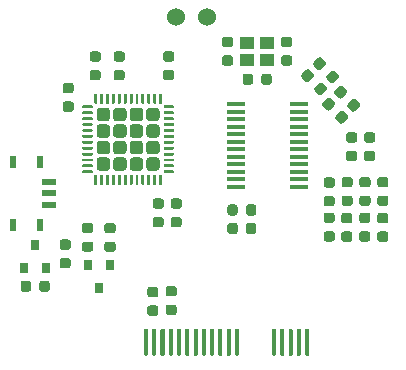
<source format=gtp>
G04 #@! TF.GenerationSoftware,KiCad,Pcbnew,(5.1.6)-1*
G04 #@! TF.CreationDate,2020-12-22T11:02:33+08:00*
G04 #@! TF.ProjectId,V1.0,56312e30-2e6b-4696-9361-645f70636258,rev?*
G04 #@! TF.SameCoordinates,Original*
G04 #@! TF.FileFunction,Paste,Top*
G04 #@! TF.FilePolarity,Positive*
%FSLAX46Y46*%
G04 Gerber Fmt 4.6, Leading zero omitted, Abs format (unit mm)*
G04 Created by KiCad (PCBNEW (5.1.6)-1) date 2020-12-22 11:02:33*
%MOMM*%
%LPD*%
G01*
G04 APERTURE LIST*
%ADD10C,1.524000*%
%ADD11R,0.800000X0.900000*%
%ADD12R,1.150000X1.000000*%
%ADD13R,1.600000X0.410000*%
%ADD14R,0.500000X1.000000*%
%ADD15R,1.300000X0.500000*%
G04 APERTURE END LIST*
D10*
X28700000Y-13800000D03*
X31300000Y-13800000D03*
D11*
X22161500Y-36737800D03*
X21211500Y-34737800D03*
X23111500Y-34737800D03*
G36*
G01*
X40319708Y-18875316D02*
X39957316Y-19237709D01*
G75*
G02*
X39647956Y-19237709I-154680J154680D01*
G01*
X39338597Y-18928350D01*
G75*
G02*
X39338597Y-18618990I154680J154680D01*
G01*
X39700990Y-18256597D01*
G75*
G02*
X40010350Y-18256597I154680J-154680D01*
G01*
X40319709Y-18565956D01*
G75*
G02*
X40319709Y-18875316I-154680J-154680D01*
G01*
G37*
G36*
G01*
X41433402Y-19989010D02*
X41071010Y-20351403D01*
G75*
G02*
X40761650Y-20351403I-154680J154680D01*
G01*
X40452291Y-20042044D01*
G75*
G02*
X40452291Y-19732684I154680J154680D01*
G01*
X40814684Y-19370291D01*
G75*
G02*
X41124044Y-19370291I154680J-154680D01*
G01*
X41433403Y-19679650D01*
G75*
G02*
X41433403Y-19989010I-154680J-154680D01*
G01*
G37*
G36*
G01*
X38918200Y-42375600D02*
X38918200Y-40250600D01*
G75*
G02*
X39005700Y-40163100I87500J0D01*
G01*
X39180700Y-40163100D01*
G75*
G02*
X39268200Y-40250600I0J-87500D01*
G01*
X39268200Y-42375600D01*
G75*
G02*
X39180700Y-42463100I-87500J0D01*
G01*
X39005700Y-42463100D01*
G75*
G02*
X38918200Y-42375600I0J87500D01*
G01*
G37*
G36*
G01*
X38218200Y-42375600D02*
X38218200Y-40250600D01*
G75*
G02*
X38305700Y-40163100I87500J0D01*
G01*
X38480700Y-40163100D01*
G75*
G02*
X38568200Y-40250600I0J-87500D01*
G01*
X38568200Y-42375600D01*
G75*
G02*
X38480700Y-42463100I-87500J0D01*
G01*
X38305700Y-42463100D01*
G75*
G02*
X38218200Y-42375600I0J87500D01*
G01*
G37*
G36*
G01*
X37518200Y-42375600D02*
X37518200Y-40250600D01*
G75*
G02*
X37605700Y-40163100I87500J0D01*
G01*
X37780700Y-40163100D01*
G75*
G02*
X37868200Y-40250600I0J-87500D01*
G01*
X37868200Y-42375600D01*
G75*
G02*
X37780700Y-42463100I-87500J0D01*
G01*
X37605700Y-42463100D01*
G75*
G02*
X37518200Y-42375600I0J87500D01*
G01*
G37*
G36*
G01*
X39618200Y-42375600D02*
X39618200Y-40250600D01*
G75*
G02*
X39705700Y-40163100I87500J0D01*
G01*
X39880700Y-40163100D01*
G75*
G02*
X39968200Y-40250600I0J-87500D01*
G01*
X39968200Y-42375600D01*
G75*
G02*
X39880700Y-42463100I-87500J0D01*
G01*
X39705700Y-42463100D01*
G75*
G02*
X39618200Y-42375600I0J87500D01*
G01*
G37*
G36*
G01*
X36818200Y-42375600D02*
X36818200Y-40250600D01*
G75*
G02*
X36905700Y-40163100I87500J0D01*
G01*
X37080700Y-40163100D01*
G75*
G02*
X37168200Y-40250600I0J-87500D01*
G01*
X37168200Y-42375600D01*
G75*
G02*
X37080700Y-42463100I-87500J0D01*
G01*
X36905700Y-42463100D01*
G75*
G02*
X36818200Y-42375600I0J87500D01*
G01*
G37*
G36*
G01*
X33675000Y-42362900D02*
X33675000Y-40237900D01*
G75*
G02*
X33762500Y-40150400I87500J0D01*
G01*
X33937500Y-40150400D01*
G75*
G02*
X34025000Y-40237900I0J-87500D01*
G01*
X34025000Y-42362900D01*
G75*
G02*
X33937500Y-42450400I-87500J0D01*
G01*
X33762500Y-42450400D01*
G75*
G02*
X33675000Y-42362900I0J87500D01*
G01*
G37*
G36*
G01*
X32975000Y-42362900D02*
X32975000Y-40237900D01*
G75*
G02*
X33062500Y-40150400I87500J0D01*
G01*
X33237500Y-40150400D01*
G75*
G02*
X33325000Y-40237900I0J-87500D01*
G01*
X33325000Y-42362900D01*
G75*
G02*
X33237500Y-42450400I-87500J0D01*
G01*
X33062500Y-42450400D01*
G75*
G02*
X32975000Y-42362900I0J87500D01*
G01*
G37*
G36*
G01*
X32275000Y-42362900D02*
X32275000Y-40237900D01*
G75*
G02*
X32362500Y-40150400I87500J0D01*
G01*
X32537500Y-40150400D01*
G75*
G02*
X32625000Y-40237900I0J-87500D01*
G01*
X32625000Y-42362900D01*
G75*
G02*
X32537500Y-42450400I-87500J0D01*
G01*
X32362500Y-42450400D01*
G75*
G02*
X32275000Y-42362900I0J87500D01*
G01*
G37*
G36*
G01*
X31575000Y-42362900D02*
X31575000Y-40237900D01*
G75*
G02*
X31662500Y-40150400I87500J0D01*
G01*
X31837500Y-40150400D01*
G75*
G02*
X31925000Y-40237900I0J-87500D01*
G01*
X31925000Y-42362900D01*
G75*
G02*
X31837500Y-42450400I-87500J0D01*
G01*
X31662500Y-42450400D01*
G75*
G02*
X31575000Y-42362900I0J87500D01*
G01*
G37*
G36*
G01*
X30875000Y-42362900D02*
X30875000Y-40237900D01*
G75*
G02*
X30962500Y-40150400I87500J0D01*
G01*
X31137500Y-40150400D01*
G75*
G02*
X31225000Y-40237900I0J-87500D01*
G01*
X31225000Y-42362900D01*
G75*
G02*
X31137500Y-42450400I-87500J0D01*
G01*
X30962500Y-42450400D01*
G75*
G02*
X30875000Y-42362900I0J87500D01*
G01*
G37*
G36*
G01*
X25975000Y-42362900D02*
X25975000Y-40237900D01*
G75*
G02*
X26062500Y-40150400I87500J0D01*
G01*
X26237500Y-40150400D01*
G75*
G02*
X26325000Y-40237900I0J-87500D01*
G01*
X26325000Y-42362900D01*
G75*
G02*
X26237500Y-42450400I-87500J0D01*
G01*
X26062500Y-42450400D01*
G75*
G02*
X25975000Y-42362900I0J87500D01*
G01*
G37*
G36*
G01*
X26675000Y-42362900D02*
X26675000Y-40237900D01*
G75*
G02*
X26762500Y-40150400I87500J0D01*
G01*
X26937500Y-40150400D01*
G75*
G02*
X27025000Y-40237900I0J-87500D01*
G01*
X27025000Y-42362900D01*
G75*
G02*
X26937500Y-42450400I-87500J0D01*
G01*
X26762500Y-42450400D01*
G75*
G02*
X26675000Y-42362900I0J87500D01*
G01*
G37*
G36*
G01*
X27375000Y-42362900D02*
X27375000Y-40237900D01*
G75*
G02*
X27462500Y-40150400I87500J0D01*
G01*
X27637500Y-40150400D01*
G75*
G02*
X27725000Y-40237900I0J-87500D01*
G01*
X27725000Y-42362900D01*
G75*
G02*
X27637500Y-42450400I-87500J0D01*
G01*
X27462500Y-42450400D01*
G75*
G02*
X27375000Y-42362900I0J87500D01*
G01*
G37*
G36*
G01*
X28075000Y-42362900D02*
X28075000Y-40237900D01*
G75*
G02*
X28162500Y-40150400I87500J0D01*
G01*
X28337500Y-40150400D01*
G75*
G02*
X28425000Y-40237900I0J-87500D01*
G01*
X28425000Y-42362900D01*
G75*
G02*
X28337500Y-42450400I-87500J0D01*
G01*
X28162500Y-42450400D01*
G75*
G02*
X28075000Y-42362900I0J87500D01*
G01*
G37*
G36*
G01*
X28775000Y-42362900D02*
X28775000Y-40237900D01*
G75*
G02*
X28862500Y-40150400I87500J0D01*
G01*
X29037500Y-40150400D01*
G75*
G02*
X29125000Y-40237900I0J-87500D01*
G01*
X29125000Y-42362900D01*
G75*
G02*
X29037500Y-42450400I-87500J0D01*
G01*
X28862500Y-42450400D01*
G75*
G02*
X28775000Y-42362900I0J87500D01*
G01*
G37*
G36*
G01*
X30175000Y-42362900D02*
X30175000Y-40237900D01*
G75*
G02*
X30262500Y-40150400I87500J0D01*
G01*
X30437500Y-40150400D01*
G75*
G02*
X30525000Y-40237900I0J-87500D01*
G01*
X30525000Y-42362900D01*
G75*
G02*
X30437500Y-42450400I-87500J0D01*
G01*
X30262500Y-42450400D01*
G75*
G02*
X30175000Y-42362900I0J87500D01*
G01*
G37*
G36*
G01*
X29475000Y-42362900D02*
X29475000Y-40237900D01*
G75*
G02*
X29562500Y-40150400I87500J0D01*
G01*
X29737500Y-40150400D01*
G75*
G02*
X29825000Y-40237900I0J-87500D01*
G01*
X29825000Y-42362900D01*
G75*
G02*
X29737500Y-42450400I-87500J0D01*
G01*
X29562500Y-42450400D01*
G75*
G02*
X29475000Y-42362900I0J87500D01*
G01*
G37*
D12*
X34679000Y-15980000D03*
X36429000Y-15980000D03*
X36429000Y-17380000D03*
X34679000Y-17380000D03*
D13*
X39103300Y-21145500D03*
X39103300Y-21780500D03*
X39103300Y-22415500D03*
X39103300Y-23050500D03*
X39103300Y-26225500D03*
X39103300Y-26860500D03*
X39103300Y-27495500D03*
X39103300Y-28130500D03*
X33794700Y-28130500D03*
X33794700Y-27495500D03*
X33794700Y-26860500D03*
X33794700Y-26225500D03*
X33794700Y-23050500D03*
X33794700Y-22415500D03*
X33794700Y-21780500D03*
X33794700Y-21145500D03*
X33794700Y-23685500D03*
X33794700Y-24320500D03*
X39103300Y-24320500D03*
X39103300Y-23685500D03*
X33794700Y-24955500D03*
X33794700Y-25590500D03*
X39103300Y-24955500D03*
X39103300Y-25590500D03*
D14*
X14859000Y-31369000D03*
X14858500Y-26035000D03*
X17208500Y-31369000D03*
X17208500Y-26035000D03*
D15*
X17970500Y-27702000D03*
X17970500Y-29702000D03*
X17970500Y-28702000D03*
G36*
G01*
X43402250Y-31234000D02*
X42889750Y-31234000D01*
G75*
G02*
X42671000Y-31015250I0J218750D01*
G01*
X42671000Y-30577750D01*
G75*
G02*
X42889750Y-30359000I218750J0D01*
G01*
X43402250Y-30359000D01*
G75*
G02*
X43621000Y-30577750I0J-218750D01*
G01*
X43621000Y-31015250D01*
G75*
G02*
X43402250Y-31234000I-218750J0D01*
G01*
G37*
G36*
G01*
X43402250Y-32809000D02*
X42889750Y-32809000D01*
G75*
G02*
X42671000Y-32590250I0J218750D01*
G01*
X42671000Y-32152750D01*
G75*
G02*
X42889750Y-31934000I218750J0D01*
G01*
X43402250Y-31934000D01*
G75*
G02*
X43621000Y-32152750I0J-218750D01*
G01*
X43621000Y-32590250D01*
G75*
G02*
X43402250Y-32809000I-218750J0D01*
G01*
G37*
G36*
G01*
X44942250Y-28194000D02*
X44429750Y-28194000D01*
G75*
G02*
X44211000Y-27975250I0J218750D01*
G01*
X44211000Y-27537750D01*
G75*
G02*
X44429750Y-27319000I218750J0D01*
G01*
X44942250Y-27319000D01*
G75*
G02*
X45161000Y-27537750I0J-218750D01*
G01*
X45161000Y-27975250D01*
G75*
G02*
X44942250Y-28194000I-218750J0D01*
G01*
G37*
G36*
G01*
X44942250Y-29769000D02*
X44429750Y-29769000D01*
G75*
G02*
X44211000Y-29550250I0J218750D01*
G01*
X44211000Y-29112750D01*
G75*
G02*
X44429750Y-28894000I218750J0D01*
G01*
X44942250Y-28894000D01*
G75*
G02*
X45161000Y-29112750I0J-218750D01*
G01*
X45161000Y-29550250D01*
G75*
G02*
X44942250Y-29769000I-218750J0D01*
G01*
G37*
G36*
G01*
X45939750Y-31934000D02*
X46452250Y-31934000D01*
G75*
G02*
X46671000Y-32152750I0J-218750D01*
G01*
X46671000Y-32590250D01*
G75*
G02*
X46452250Y-32809000I-218750J0D01*
G01*
X45939750Y-32809000D01*
G75*
G02*
X45721000Y-32590250I0J218750D01*
G01*
X45721000Y-32152750D01*
G75*
G02*
X45939750Y-31934000I218750J0D01*
G01*
G37*
G36*
G01*
X45939750Y-30359000D02*
X46452250Y-30359000D01*
G75*
G02*
X46671000Y-30577750I0J-218750D01*
G01*
X46671000Y-31015250D01*
G75*
G02*
X46452250Y-31234000I-218750J0D01*
G01*
X45939750Y-31234000D01*
G75*
G02*
X45721000Y-31015250I0J218750D01*
G01*
X45721000Y-30577750D01*
G75*
G02*
X45939750Y-30359000I218750J0D01*
G01*
G37*
G36*
G01*
X35910000Y-19306250D02*
X35910000Y-18793750D01*
G75*
G02*
X36128750Y-18575000I218750J0D01*
G01*
X36566250Y-18575000D01*
G75*
G02*
X36785000Y-18793750I0J-218750D01*
G01*
X36785000Y-19306250D01*
G75*
G02*
X36566250Y-19525000I-218750J0D01*
G01*
X36128750Y-19525000D01*
G75*
G02*
X35910000Y-19306250I0J218750D01*
G01*
G37*
G36*
G01*
X34335000Y-19306250D02*
X34335000Y-18793750D01*
G75*
G02*
X34553750Y-18575000I218750J0D01*
G01*
X34991250Y-18575000D01*
G75*
G02*
X35210000Y-18793750I0J-218750D01*
G01*
X35210000Y-19306250D01*
G75*
G02*
X34991250Y-19525000I-218750J0D01*
G01*
X34553750Y-19525000D01*
G75*
G02*
X34335000Y-19306250I0J218750D01*
G01*
G37*
G36*
G01*
X41335708Y-17859316D02*
X40973316Y-18221709D01*
G75*
G02*
X40663956Y-18221709I-154680J154680D01*
G01*
X40354597Y-17912350D01*
G75*
G02*
X40354597Y-17602990I154680J154680D01*
G01*
X40716990Y-17240597D01*
G75*
G02*
X41026350Y-17240597I154680J-154680D01*
G01*
X41335709Y-17549956D01*
G75*
G02*
X41335709Y-17859316I-154680J-154680D01*
G01*
G37*
G36*
G01*
X42449402Y-18973010D02*
X42087010Y-19335403D01*
G75*
G02*
X41777650Y-19335403I-154680J154680D01*
G01*
X41468291Y-19026044D01*
G75*
G02*
X41468291Y-18716684I154680J154680D01*
G01*
X41830684Y-18354291D01*
G75*
G02*
X42140044Y-18354291I154680J-154680D01*
G01*
X42449403Y-18663650D01*
G75*
G02*
X42449403Y-18973010I-154680J-154680D01*
G01*
G37*
G36*
G01*
X42097708Y-21288316D02*
X41735316Y-21650709D01*
G75*
G02*
X41425956Y-21650709I-154680J154680D01*
G01*
X41116597Y-21341350D01*
G75*
G02*
X41116597Y-21031990I154680J154680D01*
G01*
X41478990Y-20669597D01*
G75*
G02*
X41788350Y-20669597I154680J-154680D01*
G01*
X42097709Y-20978956D01*
G75*
G02*
X42097709Y-21288316I-154680J-154680D01*
G01*
G37*
G36*
G01*
X43211402Y-22402010D02*
X42849010Y-22764403D01*
G75*
G02*
X42539650Y-22764403I-154680J154680D01*
G01*
X42230291Y-22455044D01*
G75*
G02*
X42230291Y-22145684I154680J154680D01*
G01*
X42592684Y-21783291D01*
G75*
G02*
X42902044Y-21783291I154680J-154680D01*
G01*
X43211403Y-22092650D01*
G75*
G02*
X43211403Y-22402010I-154680J-154680D01*
G01*
G37*
G36*
G01*
X41399750Y-31914000D02*
X41912250Y-31914000D01*
G75*
G02*
X42131000Y-32132750I0J-218750D01*
G01*
X42131000Y-32570250D01*
G75*
G02*
X41912250Y-32789000I-218750J0D01*
G01*
X41399750Y-32789000D01*
G75*
G02*
X41181000Y-32570250I0J218750D01*
G01*
X41181000Y-32132750D01*
G75*
G02*
X41399750Y-31914000I218750J0D01*
G01*
G37*
G36*
G01*
X41399750Y-30339000D02*
X41912250Y-30339000D01*
G75*
G02*
X42131000Y-30557750I0J-218750D01*
G01*
X42131000Y-30995250D01*
G75*
G02*
X41912250Y-31214000I-218750J0D01*
G01*
X41399750Y-31214000D01*
G75*
G02*
X41181000Y-30995250I0J218750D01*
G01*
X41181000Y-30557750D01*
G75*
G02*
X41399750Y-30339000I218750J0D01*
G01*
G37*
G36*
G01*
X43113708Y-20272316D02*
X42751316Y-20634709D01*
G75*
G02*
X42441956Y-20634709I-154680J154680D01*
G01*
X42132597Y-20325350D01*
G75*
G02*
X42132597Y-20015990I154680J154680D01*
G01*
X42494990Y-19653597D01*
G75*
G02*
X42804350Y-19653597I154680J-154680D01*
G01*
X43113709Y-19962956D01*
G75*
G02*
X43113709Y-20272316I-154680J-154680D01*
G01*
G37*
G36*
G01*
X44227402Y-21386010D02*
X43865010Y-21748403D01*
G75*
G02*
X43555650Y-21748403I-154680J154680D01*
G01*
X43246291Y-21439044D01*
G75*
G02*
X43246291Y-21129684I154680J154680D01*
G01*
X43608684Y-20767291D01*
G75*
G02*
X43918044Y-20767291I154680J-154680D01*
G01*
X44227403Y-21076650D01*
G75*
G02*
X44227403Y-21386010I-154680J-154680D01*
G01*
G37*
G36*
G01*
X44419750Y-31924000D02*
X44932250Y-31924000D01*
G75*
G02*
X45151000Y-32142750I0J-218750D01*
G01*
X45151000Y-32580250D01*
G75*
G02*
X44932250Y-32799000I-218750J0D01*
G01*
X44419750Y-32799000D01*
G75*
G02*
X44201000Y-32580250I0J218750D01*
G01*
X44201000Y-32142750D01*
G75*
G02*
X44419750Y-31924000I218750J0D01*
G01*
G37*
G36*
G01*
X44419750Y-30349000D02*
X44932250Y-30349000D01*
G75*
G02*
X45151000Y-30567750I0J-218750D01*
G01*
X45151000Y-31005250D01*
G75*
G02*
X44932250Y-31224000I-218750J0D01*
G01*
X44419750Y-31224000D01*
G75*
G02*
X44201000Y-31005250I0J218750D01*
G01*
X44201000Y-30567750D01*
G75*
G02*
X44419750Y-30349000I218750J0D01*
G01*
G37*
G36*
G01*
X45341250Y-24415000D02*
X44828750Y-24415000D01*
G75*
G02*
X44610000Y-24196250I0J218750D01*
G01*
X44610000Y-23758750D01*
G75*
G02*
X44828750Y-23540000I218750J0D01*
G01*
X45341250Y-23540000D01*
G75*
G02*
X45560000Y-23758750I0J-218750D01*
G01*
X45560000Y-24196250D01*
G75*
G02*
X45341250Y-24415000I-218750J0D01*
G01*
G37*
G36*
G01*
X45341250Y-25990000D02*
X44828750Y-25990000D01*
G75*
G02*
X44610000Y-25771250I0J218750D01*
G01*
X44610000Y-25333750D01*
G75*
G02*
X44828750Y-25115000I218750J0D01*
G01*
X45341250Y-25115000D01*
G75*
G02*
X45560000Y-25333750I0J-218750D01*
G01*
X45560000Y-25771250D01*
G75*
G02*
X45341250Y-25990000I-218750J0D01*
G01*
G37*
G36*
G01*
X32797750Y-17030000D02*
X33310250Y-17030000D01*
G75*
G02*
X33529000Y-17248750I0J-218750D01*
G01*
X33529000Y-17686250D01*
G75*
G02*
X33310250Y-17905000I-218750J0D01*
G01*
X32797750Y-17905000D01*
G75*
G02*
X32579000Y-17686250I0J218750D01*
G01*
X32579000Y-17248750D01*
G75*
G02*
X32797750Y-17030000I218750J0D01*
G01*
G37*
G36*
G01*
X32797750Y-15455000D02*
X33310250Y-15455000D01*
G75*
G02*
X33529000Y-15673750I0J-218750D01*
G01*
X33529000Y-16111250D01*
G75*
G02*
X33310250Y-16330000I-218750J0D01*
G01*
X32797750Y-16330000D01*
G75*
G02*
X32579000Y-16111250I0J218750D01*
G01*
X32579000Y-15673750D01*
G75*
G02*
X32797750Y-15455000I218750J0D01*
G01*
G37*
G36*
G01*
X38310250Y-16330000D02*
X37797750Y-16330000D01*
G75*
G02*
X37579000Y-16111250I0J218750D01*
G01*
X37579000Y-15673750D01*
G75*
G02*
X37797750Y-15455000I218750J0D01*
G01*
X38310250Y-15455000D01*
G75*
G02*
X38529000Y-15673750I0J-218750D01*
G01*
X38529000Y-16111250D01*
G75*
G02*
X38310250Y-16330000I-218750J0D01*
G01*
G37*
G36*
G01*
X38310250Y-17905000D02*
X37797750Y-17905000D01*
G75*
G02*
X37579000Y-17686250I0J218750D01*
G01*
X37579000Y-17248750D01*
G75*
G02*
X37797750Y-17030000I218750J0D01*
G01*
X38310250Y-17030000D01*
G75*
G02*
X38529000Y-17248750I0J-218750D01*
G01*
X38529000Y-17686250D01*
G75*
G02*
X38310250Y-17905000I-218750J0D01*
G01*
G37*
G36*
G01*
X43817250Y-24415000D02*
X43304750Y-24415000D01*
G75*
G02*
X43086000Y-24196250I0J218750D01*
G01*
X43086000Y-23758750D01*
G75*
G02*
X43304750Y-23540000I218750J0D01*
G01*
X43817250Y-23540000D01*
G75*
G02*
X44036000Y-23758750I0J-218750D01*
G01*
X44036000Y-24196250D01*
G75*
G02*
X43817250Y-24415000I-218750J0D01*
G01*
G37*
G36*
G01*
X43817250Y-25990000D02*
X43304750Y-25990000D01*
G75*
G02*
X43086000Y-25771250I0J218750D01*
G01*
X43086000Y-25333750D01*
G75*
G02*
X43304750Y-25115000I218750J0D01*
G01*
X43817250Y-25115000D01*
G75*
G02*
X44036000Y-25333750I0J-218750D01*
G01*
X44036000Y-25771250D01*
G75*
G02*
X43817250Y-25990000I-218750J0D01*
G01*
G37*
G36*
G01*
X42923750Y-28899500D02*
X43436250Y-28899500D01*
G75*
G02*
X43655000Y-29118250I0J-218750D01*
G01*
X43655000Y-29555750D01*
G75*
G02*
X43436250Y-29774500I-218750J0D01*
G01*
X42923750Y-29774500D01*
G75*
G02*
X42705000Y-29555750I0J218750D01*
G01*
X42705000Y-29118250D01*
G75*
G02*
X42923750Y-28899500I218750J0D01*
G01*
G37*
G36*
G01*
X42923750Y-27324500D02*
X43436250Y-27324500D01*
G75*
G02*
X43655000Y-27543250I0J-218750D01*
G01*
X43655000Y-27980750D01*
G75*
G02*
X43436250Y-28199500I-218750J0D01*
G01*
X42923750Y-28199500D01*
G75*
G02*
X42705000Y-27980750I0J218750D01*
G01*
X42705000Y-27543250D01*
G75*
G02*
X42923750Y-27324500I218750J0D01*
G01*
G37*
G36*
G01*
X41399750Y-28925000D02*
X41912250Y-28925000D01*
G75*
G02*
X42131000Y-29143750I0J-218750D01*
G01*
X42131000Y-29581250D01*
G75*
G02*
X41912250Y-29800000I-218750J0D01*
G01*
X41399750Y-29800000D01*
G75*
G02*
X41181000Y-29581250I0J218750D01*
G01*
X41181000Y-29143750D01*
G75*
G02*
X41399750Y-28925000I218750J0D01*
G01*
G37*
G36*
G01*
X41399750Y-27350000D02*
X41912250Y-27350000D01*
G75*
G02*
X42131000Y-27568750I0J-218750D01*
G01*
X42131000Y-28006250D01*
G75*
G02*
X41912250Y-28225000I-218750J0D01*
G01*
X41399750Y-28225000D01*
G75*
G02*
X41181000Y-28006250I0J218750D01*
G01*
X41181000Y-27568750D01*
G75*
G02*
X41399750Y-27350000I218750J0D01*
G01*
G37*
G36*
G01*
X46462250Y-28204000D02*
X45949750Y-28204000D01*
G75*
G02*
X45731000Y-27985250I0J218750D01*
G01*
X45731000Y-27547750D01*
G75*
G02*
X45949750Y-27329000I218750J0D01*
G01*
X46462250Y-27329000D01*
G75*
G02*
X46681000Y-27547750I0J-218750D01*
G01*
X46681000Y-27985250D01*
G75*
G02*
X46462250Y-28204000I-218750J0D01*
G01*
G37*
G36*
G01*
X46462250Y-29779000D02*
X45949750Y-29779000D01*
G75*
G02*
X45731000Y-29560250I0J218750D01*
G01*
X45731000Y-29122750D01*
G75*
G02*
X45949750Y-28904000I218750J0D01*
G01*
X46462250Y-28904000D01*
G75*
G02*
X46681000Y-29122750I0J-218750D01*
G01*
X46681000Y-29560250D01*
G75*
G02*
X46462250Y-29779000I-218750J0D01*
G01*
G37*
G36*
G01*
X34623000Y-31935250D02*
X34623000Y-31422750D01*
G75*
G02*
X34841750Y-31204000I218750J0D01*
G01*
X35279250Y-31204000D01*
G75*
G02*
X35498000Y-31422750I0J-218750D01*
G01*
X35498000Y-31935250D01*
G75*
G02*
X35279250Y-32154000I-218750J0D01*
G01*
X34841750Y-32154000D01*
G75*
G02*
X34623000Y-31935250I0J218750D01*
G01*
G37*
G36*
G01*
X33048000Y-31935250D02*
X33048000Y-31422750D01*
G75*
G02*
X33266750Y-31204000I218750J0D01*
G01*
X33704250Y-31204000D01*
G75*
G02*
X33923000Y-31422750I0J-218750D01*
G01*
X33923000Y-31935250D01*
G75*
G02*
X33704250Y-32154000I-218750J0D01*
G01*
X33266750Y-32154000D01*
G75*
G02*
X33048000Y-31935250I0J218750D01*
G01*
G37*
G36*
G01*
X34613000Y-30365250D02*
X34613000Y-29852750D01*
G75*
G02*
X34831750Y-29634000I218750J0D01*
G01*
X35269250Y-29634000D01*
G75*
G02*
X35488000Y-29852750I0J-218750D01*
G01*
X35488000Y-30365250D01*
G75*
G02*
X35269250Y-30584000I-218750J0D01*
G01*
X34831750Y-30584000D01*
G75*
G02*
X34613000Y-30365250I0J218750D01*
G01*
G37*
G36*
G01*
X33038000Y-30365250D02*
X33038000Y-29852750D01*
G75*
G02*
X33256750Y-29634000I218750J0D01*
G01*
X33694250Y-29634000D01*
G75*
G02*
X33913000Y-29852750I0J-218750D01*
G01*
X33913000Y-30365250D01*
G75*
G02*
X33694250Y-30584000I-218750J0D01*
G01*
X33256750Y-30584000D01*
G75*
G02*
X33038000Y-30365250I0J218750D01*
G01*
G37*
D11*
X16764000Y-33036000D03*
X17714000Y-35036000D03*
X15814000Y-35036000D03*
G36*
G01*
X26173000Y-26545000D02*
X26173000Y-25915000D01*
G75*
G02*
X26423000Y-25665000I250000J0D01*
G01*
X27053000Y-25665000D01*
G75*
G02*
X27303000Y-25915000I0J-250000D01*
G01*
X27303000Y-26545000D01*
G75*
G02*
X27053000Y-26795000I-250000J0D01*
G01*
X26423000Y-26795000D01*
G75*
G02*
X26173000Y-26545000I0J250000D01*
G01*
G37*
G36*
G01*
X26173000Y-25145000D02*
X26173000Y-24515000D01*
G75*
G02*
X26423000Y-24265000I250000J0D01*
G01*
X27053000Y-24265000D01*
G75*
G02*
X27303000Y-24515000I0J-250000D01*
G01*
X27303000Y-25145000D01*
G75*
G02*
X27053000Y-25395000I-250000J0D01*
G01*
X26423000Y-25395000D01*
G75*
G02*
X26173000Y-25145000I0J250000D01*
G01*
G37*
G36*
G01*
X26173000Y-23745000D02*
X26173000Y-23115000D01*
G75*
G02*
X26423000Y-22865000I250000J0D01*
G01*
X27053000Y-22865000D01*
G75*
G02*
X27303000Y-23115000I0J-250000D01*
G01*
X27303000Y-23745000D01*
G75*
G02*
X27053000Y-23995000I-250000J0D01*
G01*
X26423000Y-23995000D01*
G75*
G02*
X26173000Y-23745000I0J250000D01*
G01*
G37*
G36*
G01*
X26173000Y-22345000D02*
X26173000Y-21715000D01*
G75*
G02*
X26423000Y-21465000I250000J0D01*
G01*
X27053000Y-21465000D01*
G75*
G02*
X27303000Y-21715000I0J-250000D01*
G01*
X27303000Y-22345000D01*
G75*
G02*
X27053000Y-22595000I-250000J0D01*
G01*
X26423000Y-22595000D01*
G75*
G02*
X26173000Y-22345000I0J250000D01*
G01*
G37*
G36*
G01*
X24773000Y-26545000D02*
X24773000Y-25915000D01*
G75*
G02*
X25023000Y-25665000I250000J0D01*
G01*
X25653000Y-25665000D01*
G75*
G02*
X25903000Y-25915000I0J-250000D01*
G01*
X25903000Y-26545000D01*
G75*
G02*
X25653000Y-26795000I-250000J0D01*
G01*
X25023000Y-26795000D01*
G75*
G02*
X24773000Y-26545000I0J250000D01*
G01*
G37*
G36*
G01*
X24773000Y-25145000D02*
X24773000Y-24515000D01*
G75*
G02*
X25023000Y-24265000I250000J0D01*
G01*
X25653000Y-24265000D01*
G75*
G02*
X25903000Y-24515000I0J-250000D01*
G01*
X25903000Y-25145000D01*
G75*
G02*
X25653000Y-25395000I-250000J0D01*
G01*
X25023000Y-25395000D01*
G75*
G02*
X24773000Y-25145000I0J250000D01*
G01*
G37*
G36*
G01*
X24773000Y-23745000D02*
X24773000Y-23115000D01*
G75*
G02*
X25023000Y-22865000I250000J0D01*
G01*
X25653000Y-22865000D01*
G75*
G02*
X25903000Y-23115000I0J-250000D01*
G01*
X25903000Y-23745000D01*
G75*
G02*
X25653000Y-23995000I-250000J0D01*
G01*
X25023000Y-23995000D01*
G75*
G02*
X24773000Y-23745000I0J250000D01*
G01*
G37*
G36*
G01*
X24773000Y-22345000D02*
X24773000Y-21715000D01*
G75*
G02*
X25023000Y-21465000I250000J0D01*
G01*
X25653000Y-21465000D01*
G75*
G02*
X25903000Y-21715000I0J-250000D01*
G01*
X25903000Y-22345000D01*
G75*
G02*
X25653000Y-22595000I-250000J0D01*
G01*
X25023000Y-22595000D01*
G75*
G02*
X24773000Y-22345000I0J250000D01*
G01*
G37*
G36*
G01*
X23373000Y-26545000D02*
X23373000Y-25915000D01*
G75*
G02*
X23623000Y-25665000I250000J0D01*
G01*
X24253000Y-25665000D01*
G75*
G02*
X24503000Y-25915000I0J-250000D01*
G01*
X24503000Y-26545000D01*
G75*
G02*
X24253000Y-26795000I-250000J0D01*
G01*
X23623000Y-26795000D01*
G75*
G02*
X23373000Y-26545000I0J250000D01*
G01*
G37*
G36*
G01*
X23373000Y-25145000D02*
X23373000Y-24515000D01*
G75*
G02*
X23623000Y-24265000I250000J0D01*
G01*
X24253000Y-24265000D01*
G75*
G02*
X24503000Y-24515000I0J-250000D01*
G01*
X24503000Y-25145000D01*
G75*
G02*
X24253000Y-25395000I-250000J0D01*
G01*
X23623000Y-25395000D01*
G75*
G02*
X23373000Y-25145000I0J250000D01*
G01*
G37*
G36*
G01*
X23373000Y-23745000D02*
X23373000Y-23115000D01*
G75*
G02*
X23623000Y-22865000I250000J0D01*
G01*
X24253000Y-22865000D01*
G75*
G02*
X24503000Y-23115000I0J-250000D01*
G01*
X24503000Y-23745000D01*
G75*
G02*
X24253000Y-23995000I-250000J0D01*
G01*
X23623000Y-23995000D01*
G75*
G02*
X23373000Y-23745000I0J250000D01*
G01*
G37*
G36*
G01*
X23373000Y-22345000D02*
X23373000Y-21715000D01*
G75*
G02*
X23623000Y-21465000I250000J0D01*
G01*
X24253000Y-21465000D01*
G75*
G02*
X24503000Y-21715000I0J-250000D01*
G01*
X24503000Y-22345000D01*
G75*
G02*
X24253000Y-22595000I-250000J0D01*
G01*
X23623000Y-22595000D01*
G75*
G02*
X23373000Y-22345000I0J250000D01*
G01*
G37*
G36*
G01*
X21973000Y-26545000D02*
X21973000Y-25915000D01*
G75*
G02*
X22223000Y-25665000I250000J0D01*
G01*
X22853000Y-25665000D01*
G75*
G02*
X23103000Y-25915000I0J-250000D01*
G01*
X23103000Y-26545000D01*
G75*
G02*
X22853000Y-26795000I-250000J0D01*
G01*
X22223000Y-26795000D01*
G75*
G02*
X21973000Y-26545000I0J250000D01*
G01*
G37*
G36*
G01*
X21973000Y-25145000D02*
X21973000Y-24515000D01*
G75*
G02*
X22223000Y-24265000I250000J0D01*
G01*
X22853000Y-24265000D01*
G75*
G02*
X23103000Y-24515000I0J-250000D01*
G01*
X23103000Y-25145000D01*
G75*
G02*
X22853000Y-25395000I-250000J0D01*
G01*
X22223000Y-25395000D01*
G75*
G02*
X21973000Y-25145000I0J250000D01*
G01*
G37*
G36*
G01*
X21973000Y-23745000D02*
X21973000Y-23115000D01*
G75*
G02*
X22223000Y-22865000I250000J0D01*
G01*
X22853000Y-22865000D01*
G75*
G02*
X23103000Y-23115000I0J-250000D01*
G01*
X23103000Y-23745000D01*
G75*
G02*
X22853000Y-23995000I-250000J0D01*
G01*
X22223000Y-23995000D01*
G75*
G02*
X21973000Y-23745000I0J250000D01*
G01*
G37*
G36*
G01*
X21973000Y-22345000D02*
X21973000Y-21715000D01*
G75*
G02*
X22223000Y-21465000I250000J0D01*
G01*
X22853000Y-21465000D01*
G75*
G02*
X23103000Y-21715000I0J-250000D01*
G01*
X23103000Y-22345000D01*
G75*
G02*
X22853000Y-22595000I-250000J0D01*
G01*
X22223000Y-22595000D01*
G75*
G02*
X21973000Y-22345000I0J250000D01*
G01*
G37*
G36*
G01*
X21763000Y-21067500D02*
X21763000Y-20317500D01*
G75*
G02*
X21825500Y-20255000I62500J0D01*
G01*
X21950500Y-20255000D01*
G75*
G02*
X22013000Y-20317500I0J-62500D01*
G01*
X22013000Y-21067500D01*
G75*
G02*
X21950500Y-21130000I-62500J0D01*
G01*
X21825500Y-21130000D01*
G75*
G02*
X21763000Y-21067500I0J62500D01*
G01*
G37*
G36*
G01*
X22263000Y-21067500D02*
X22263000Y-20317500D01*
G75*
G02*
X22325500Y-20255000I62500J0D01*
G01*
X22450500Y-20255000D01*
G75*
G02*
X22513000Y-20317500I0J-62500D01*
G01*
X22513000Y-21067500D01*
G75*
G02*
X22450500Y-21130000I-62500J0D01*
G01*
X22325500Y-21130000D01*
G75*
G02*
X22263000Y-21067500I0J62500D01*
G01*
G37*
G36*
G01*
X22763000Y-21067500D02*
X22763000Y-20317500D01*
G75*
G02*
X22825500Y-20255000I62500J0D01*
G01*
X22950500Y-20255000D01*
G75*
G02*
X23013000Y-20317500I0J-62500D01*
G01*
X23013000Y-21067500D01*
G75*
G02*
X22950500Y-21130000I-62500J0D01*
G01*
X22825500Y-21130000D01*
G75*
G02*
X22763000Y-21067500I0J62500D01*
G01*
G37*
G36*
G01*
X23263000Y-21067500D02*
X23263000Y-20317500D01*
G75*
G02*
X23325500Y-20255000I62500J0D01*
G01*
X23450500Y-20255000D01*
G75*
G02*
X23513000Y-20317500I0J-62500D01*
G01*
X23513000Y-21067500D01*
G75*
G02*
X23450500Y-21130000I-62500J0D01*
G01*
X23325500Y-21130000D01*
G75*
G02*
X23263000Y-21067500I0J62500D01*
G01*
G37*
G36*
G01*
X23763000Y-21067500D02*
X23763000Y-20317500D01*
G75*
G02*
X23825500Y-20255000I62500J0D01*
G01*
X23950500Y-20255000D01*
G75*
G02*
X24013000Y-20317500I0J-62500D01*
G01*
X24013000Y-21067500D01*
G75*
G02*
X23950500Y-21130000I-62500J0D01*
G01*
X23825500Y-21130000D01*
G75*
G02*
X23763000Y-21067500I0J62500D01*
G01*
G37*
G36*
G01*
X24263000Y-21067500D02*
X24263000Y-20317500D01*
G75*
G02*
X24325500Y-20255000I62500J0D01*
G01*
X24450500Y-20255000D01*
G75*
G02*
X24513000Y-20317500I0J-62500D01*
G01*
X24513000Y-21067500D01*
G75*
G02*
X24450500Y-21130000I-62500J0D01*
G01*
X24325500Y-21130000D01*
G75*
G02*
X24263000Y-21067500I0J62500D01*
G01*
G37*
G36*
G01*
X24763000Y-21067500D02*
X24763000Y-20317500D01*
G75*
G02*
X24825500Y-20255000I62500J0D01*
G01*
X24950500Y-20255000D01*
G75*
G02*
X25013000Y-20317500I0J-62500D01*
G01*
X25013000Y-21067500D01*
G75*
G02*
X24950500Y-21130000I-62500J0D01*
G01*
X24825500Y-21130000D01*
G75*
G02*
X24763000Y-21067500I0J62500D01*
G01*
G37*
G36*
G01*
X25263000Y-21067500D02*
X25263000Y-20317500D01*
G75*
G02*
X25325500Y-20255000I62500J0D01*
G01*
X25450500Y-20255000D01*
G75*
G02*
X25513000Y-20317500I0J-62500D01*
G01*
X25513000Y-21067500D01*
G75*
G02*
X25450500Y-21130000I-62500J0D01*
G01*
X25325500Y-21130000D01*
G75*
G02*
X25263000Y-21067500I0J62500D01*
G01*
G37*
G36*
G01*
X25763000Y-21067500D02*
X25763000Y-20317500D01*
G75*
G02*
X25825500Y-20255000I62500J0D01*
G01*
X25950500Y-20255000D01*
G75*
G02*
X26013000Y-20317500I0J-62500D01*
G01*
X26013000Y-21067500D01*
G75*
G02*
X25950500Y-21130000I-62500J0D01*
G01*
X25825500Y-21130000D01*
G75*
G02*
X25763000Y-21067500I0J62500D01*
G01*
G37*
G36*
G01*
X26263000Y-21067500D02*
X26263000Y-20317500D01*
G75*
G02*
X26325500Y-20255000I62500J0D01*
G01*
X26450500Y-20255000D01*
G75*
G02*
X26513000Y-20317500I0J-62500D01*
G01*
X26513000Y-21067500D01*
G75*
G02*
X26450500Y-21130000I-62500J0D01*
G01*
X26325500Y-21130000D01*
G75*
G02*
X26263000Y-21067500I0J62500D01*
G01*
G37*
G36*
G01*
X26763000Y-21067500D02*
X26763000Y-20317500D01*
G75*
G02*
X26825500Y-20255000I62500J0D01*
G01*
X26950500Y-20255000D01*
G75*
G02*
X27013000Y-20317500I0J-62500D01*
G01*
X27013000Y-21067500D01*
G75*
G02*
X26950500Y-21130000I-62500J0D01*
G01*
X26825500Y-21130000D01*
G75*
G02*
X26763000Y-21067500I0J62500D01*
G01*
G37*
G36*
G01*
X27263000Y-21067500D02*
X27263000Y-20317500D01*
G75*
G02*
X27325500Y-20255000I62500J0D01*
G01*
X27450500Y-20255000D01*
G75*
G02*
X27513000Y-20317500I0J-62500D01*
G01*
X27513000Y-21067500D01*
G75*
G02*
X27450500Y-21130000I-62500J0D01*
G01*
X27325500Y-21130000D01*
G75*
G02*
X27263000Y-21067500I0J62500D01*
G01*
G37*
G36*
G01*
X27638000Y-21442500D02*
X27638000Y-21317500D01*
G75*
G02*
X27700500Y-21255000I62500J0D01*
G01*
X28450500Y-21255000D01*
G75*
G02*
X28513000Y-21317500I0J-62500D01*
G01*
X28513000Y-21442500D01*
G75*
G02*
X28450500Y-21505000I-62500J0D01*
G01*
X27700500Y-21505000D01*
G75*
G02*
X27638000Y-21442500I0J62500D01*
G01*
G37*
G36*
G01*
X27638000Y-21942500D02*
X27638000Y-21817500D01*
G75*
G02*
X27700500Y-21755000I62500J0D01*
G01*
X28450500Y-21755000D01*
G75*
G02*
X28513000Y-21817500I0J-62500D01*
G01*
X28513000Y-21942500D01*
G75*
G02*
X28450500Y-22005000I-62500J0D01*
G01*
X27700500Y-22005000D01*
G75*
G02*
X27638000Y-21942500I0J62500D01*
G01*
G37*
G36*
G01*
X27638000Y-22442500D02*
X27638000Y-22317500D01*
G75*
G02*
X27700500Y-22255000I62500J0D01*
G01*
X28450500Y-22255000D01*
G75*
G02*
X28513000Y-22317500I0J-62500D01*
G01*
X28513000Y-22442500D01*
G75*
G02*
X28450500Y-22505000I-62500J0D01*
G01*
X27700500Y-22505000D01*
G75*
G02*
X27638000Y-22442500I0J62500D01*
G01*
G37*
G36*
G01*
X27638000Y-22942500D02*
X27638000Y-22817500D01*
G75*
G02*
X27700500Y-22755000I62500J0D01*
G01*
X28450500Y-22755000D01*
G75*
G02*
X28513000Y-22817500I0J-62500D01*
G01*
X28513000Y-22942500D01*
G75*
G02*
X28450500Y-23005000I-62500J0D01*
G01*
X27700500Y-23005000D01*
G75*
G02*
X27638000Y-22942500I0J62500D01*
G01*
G37*
G36*
G01*
X27638000Y-23442500D02*
X27638000Y-23317500D01*
G75*
G02*
X27700500Y-23255000I62500J0D01*
G01*
X28450500Y-23255000D01*
G75*
G02*
X28513000Y-23317500I0J-62500D01*
G01*
X28513000Y-23442500D01*
G75*
G02*
X28450500Y-23505000I-62500J0D01*
G01*
X27700500Y-23505000D01*
G75*
G02*
X27638000Y-23442500I0J62500D01*
G01*
G37*
G36*
G01*
X27638000Y-23942500D02*
X27638000Y-23817500D01*
G75*
G02*
X27700500Y-23755000I62500J0D01*
G01*
X28450500Y-23755000D01*
G75*
G02*
X28513000Y-23817500I0J-62500D01*
G01*
X28513000Y-23942500D01*
G75*
G02*
X28450500Y-24005000I-62500J0D01*
G01*
X27700500Y-24005000D01*
G75*
G02*
X27638000Y-23942500I0J62500D01*
G01*
G37*
G36*
G01*
X27638000Y-24442500D02*
X27638000Y-24317500D01*
G75*
G02*
X27700500Y-24255000I62500J0D01*
G01*
X28450500Y-24255000D01*
G75*
G02*
X28513000Y-24317500I0J-62500D01*
G01*
X28513000Y-24442500D01*
G75*
G02*
X28450500Y-24505000I-62500J0D01*
G01*
X27700500Y-24505000D01*
G75*
G02*
X27638000Y-24442500I0J62500D01*
G01*
G37*
G36*
G01*
X27638000Y-24942500D02*
X27638000Y-24817500D01*
G75*
G02*
X27700500Y-24755000I62500J0D01*
G01*
X28450500Y-24755000D01*
G75*
G02*
X28513000Y-24817500I0J-62500D01*
G01*
X28513000Y-24942500D01*
G75*
G02*
X28450500Y-25005000I-62500J0D01*
G01*
X27700500Y-25005000D01*
G75*
G02*
X27638000Y-24942500I0J62500D01*
G01*
G37*
G36*
G01*
X27638000Y-25442500D02*
X27638000Y-25317500D01*
G75*
G02*
X27700500Y-25255000I62500J0D01*
G01*
X28450500Y-25255000D01*
G75*
G02*
X28513000Y-25317500I0J-62500D01*
G01*
X28513000Y-25442500D01*
G75*
G02*
X28450500Y-25505000I-62500J0D01*
G01*
X27700500Y-25505000D01*
G75*
G02*
X27638000Y-25442500I0J62500D01*
G01*
G37*
G36*
G01*
X27638000Y-25942500D02*
X27638000Y-25817500D01*
G75*
G02*
X27700500Y-25755000I62500J0D01*
G01*
X28450500Y-25755000D01*
G75*
G02*
X28513000Y-25817500I0J-62500D01*
G01*
X28513000Y-25942500D01*
G75*
G02*
X28450500Y-26005000I-62500J0D01*
G01*
X27700500Y-26005000D01*
G75*
G02*
X27638000Y-25942500I0J62500D01*
G01*
G37*
G36*
G01*
X27638000Y-26442500D02*
X27638000Y-26317500D01*
G75*
G02*
X27700500Y-26255000I62500J0D01*
G01*
X28450500Y-26255000D01*
G75*
G02*
X28513000Y-26317500I0J-62500D01*
G01*
X28513000Y-26442500D01*
G75*
G02*
X28450500Y-26505000I-62500J0D01*
G01*
X27700500Y-26505000D01*
G75*
G02*
X27638000Y-26442500I0J62500D01*
G01*
G37*
G36*
G01*
X27638000Y-26942500D02*
X27638000Y-26817500D01*
G75*
G02*
X27700500Y-26755000I62500J0D01*
G01*
X28450500Y-26755000D01*
G75*
G02*
X28513000Y-26817500I0J-62500D01*
G01*
X28513000Y-26942500D01*
G75*
G02*
X28450500Y-27005000I-62500J0D01*
G01*
X27700500Y-27005000D01*
G75*
G02*
X27638000Y-26942500I0J62500D01*
G01*
G37*
G36*
G01*
X27263000Y-27942500D02*
X27263000Y-27192500D01*
G75*
G02*
X27325500Y-27130000I62500J0D01*
G01*
X27450500Y-27130000D01*
G75*
G02*
X27513000Y-27192500I0J-62500D01*
G01*
X27513000Y-27942500D01*
G75*
G02*
X27450500Y-28005000I-62500J0D01*
G01*
X27325500Y-28005000D01*
G75*
G02*
X27263000Y-27942500I0J62500D01*
G01*
G37*
G36*
G01*
X26763000Y-27942500D02*
X26763000Y-27192500D01*
G75*
G02*
X26825500Y-27130000I62500J0D01*
G01*
X26950500Y-27130000D01*
G75*
G02*
X27013000Y-27192500I0J-62500D01*
G01*
X27013000Y-27942500D01*
G75*
G02*
X26950500Y-28005000I-62500J0D01*
G01*
X26825500Y-28005000D01*
G75*
G02*
X26763000Y-27942500I0J62500D01*
G01*
G37*
G36*
G01*
X26263000Y-27942500D02*
X26263000Y-27192500D01*
G75*
G02*
X26325500Y-27130000I62500J0D01*
G01*
X26450500Y-27130000D01*
G75*
G02*
X26513000Y-27192500I0J-62500D01*
G01*
X26513000Y-27942500D01*
G75*
G02*
X26450500Y-28005000I-62500J0D01*
G01*
X26325500Y-28005000D01*
G75*
G02*
X26263000Y-27942500I0J62500D01*
G01*
G37*
G36*
G01*
X25763000Y-27942500D02*
X25763000Y-27192500D01*
G75*
G02*
X25825500Y-27130000I62500J0D01*
G01*
X25950500Y-27130000D01*
G75*
G02*
X26013000Y-27192500I0J-62500D01*
G01*
X26013000Y-27942500D01*
G75*
G02*
X25950500Y-28005000I-62500J0D01*
G01*
X25825500Y-28005000D01*
G75*
G02*
X25763000Y-27942500I0J62500D01*
G01*
G37*
G36*
G01*
X25263000Y-27942500D02*
X25263000Y-27192500D01*
G75*
G02*
X25325500Y-27130000I62500J0D01*
G01*
X25450500Y-27130000D01*
G75*
G02*
X25513000Y-27192500I0J-62500D01*
G01*
X25513000Y-27942500D01*
G75*
G02*
X25450500Y-28005000I-62500J0D01*
G01*
X25325500Y-28005000D01*
G75*
G02*
X25263000Y-27942500I0J62500D01*
G01*
G37*
G36*
G01*
X24763000Y-27942500D02*
X24763000Y-27192500D01*
G75*
G02*
X24825500Y-27130000I62500J0D01*
G01*
X24950500Y-27130000D01*
G75*
G02*
X25013000Y-27192500I0J-62500D01*
G01*
X25013000Y-27942500D01*
G75*
G02*
X24950500Y-28005000I-62500J0D01*
G01*
X24825500Y-28005000D01*
G75*
G02*
X24763000Y-27942500I0J62500D01*
G01*
G37*
G36*
G01*
X24263000Y-27942500D02*
X24263000Y-27192500D01*
G75*
G02*
X24325500Y-27130000I62500J0D01*
G01*
X24450500Y-27130000D01*
G75*
G02*
X24513000Y-27192500I0J-62500D01*
G01*
X24513000Y-27942500D01*
G75*
G02*
X24450500Y-28005000I-62500J0D01*
G01*
X24325500Y-28005000D01*
G75*
G02*
X24263000Y-27942500I0J62500D01*
G01*
G37*
G36*
G01*
X23763000Y-27942500D02*
X23763000Y-27192500D01*
G75*
G02*
X23825500Y-27130000I62500J0D01*
G01*
X23950500Y-27130000D01*
G75*
G02*
X24013000Y-27192500I0J-62500D01*
G01*
X24013000Y-27942500D01*
G75*
G02*
X23950500Y-28005000I-62500J0D01*
G01*
X23825500Y-28005000D01*
G75*
G02*
X23763000Y-27942500I0J62500D01*
G01*
G37*
G36*
G01*
X23263000Y-27942500D02*
X23263000Y-27192500D01*
G75*
G02*
X23325500Y-27130000I62500J0D01*
G01*
X23450500Y-27130000D01*
G75*
G02*
X23513000Y-27192500I0J-62500D01*
G01*
X23513000Y-27942500D01*
G75*
G02*
X23450500Y-28005000I-62500J0D01*
G01*
X23325500Y-28005000D01*
G75*
G02*
X23263000Y-27942500I0J62500D01*
G01*
G37*
G36*
G01*
X22763000Y-27942500D02*
X22763000Y-27192500D01*
G75*
G02*
X22825500Y-27130000I62500J0D01*
G01*
X22950500Y-27130000D01*
G75*
G02*
X23013000Y-27192500I0J-62500D01*
G01*
X23013000Y-27942500D01*
G75*
G02*
X22950500Y-28005000I-62500J0D01*
G01*
X22825500Y-28005000D01*
G75*
G02*
X22763000Y-27942500I0J62500D01*
G01*
G37*
G36*
G01*
X22263000Y-27942500D02*
X22263000Y-27192500D01*
G75*
G02*
X22325500Y-27130000I62500J0D01*
G01*
X22450500Y-27130000D01*
G75*
G02*
X22513000Y-27192500I0J-62500D01*
G01*
X22513000Y-27942500D01*
G75*
G02*
X22450500Y-28005000I-62500J0D01*
G01*
X22325500Y-28005000D01*
G75*
G02*
X22263000Y-27942500I0J62500D01*
G01*
G37*
G36*
G01*
X21763000Y-27942500D02*
X21763000Y-27192500D01*
G75*
G02*
X21825500Y-27130000I62500J0D01*
G01*
X21950500Y-27130000D01*
G75*
G02*
X22013000Y-27192500I0J-62500D01*
G01*
X22013000Y-27942500D01*
G75*
G02*
X21950500Y-28005000I-62500J0D01*
G01*
X21825500Y-28005000D01*
G75*
G02*
X21763000Y-27942500I0J62500D01*
G01*
G37*
G36*
G01*
X20763000Y-26942500D02*
X20763000Y-26817500D01*
G75*
G02*
X20825500Y-26755000I62500J0D01*
G01*
X21575500Y-26755000D01*
G75*
G02*
X21638000Y-26817500I0J-62500D01*
G01*
X21638000Y-26942500D01*
G75*
G02*
X21575500Y-27005000I-62500J0D01*
G01*
X20825500Y-27005000D01*
G75*
G02*
X20763000Y-26942500I0J62500D01*
G01*
G37*
G36*
G01*
X20763000Y-26442500D02*
X20763000Y-26317500D01*
G75*
G02*
X20825500Y-26255000I62500J0D01*
G01*
X21575500Y-26255000D01*
G75*
G02*
X21638000Y-26317500I0J-62500D01*
G01*
X21638000Y-26442500D01*
G75*
G02*
X21575500Y-26505000I-62500J0D01*
G01*
X20825500Y-26505000D01*
G75*
G02*
X20763000Y-26442500I0J62500D01*
G01*
G37*
G36*
G01*
X20763000Y-25942500D02*
X20763000Y-25817500D01*
G75*
G02*
X20825500Y-25755000I62500J0D01*
G01*
X21575500Y-25755000D01*
G75*
G02*
X21638000Y-25817500I0J-62500D01*
G01*
X21638000Y-25942500D01*
G75*
G02*
X21575500Y-26005000I-62500J0D01*
G01*
X20825500Y-26005000D01*
G75*
G02*
X20763000Y-25942500I0J62500D01*
G01*
G37*
G36*
G01*
X20763000Y-25442500D02*
X20763000Y-25317500D01*
G75*
G02*
X20825500Y-25255000I62500J0D01*
G01*
X21575500Y-25255000D01*
G75*
G02*
X21638000Y-25317500I0J-62500D01*
G01*
X21638000Y-25442500D01*
G75*
G02*
X21575500Y-25505000I-62500J0D01*
G01*
X20825500Y-25505000D01*
G75*
G02*
X20763000Y-25442500I0J62500D01*
G01*
G37*
G36*
G01*
X20763000Y-24942500D02*
X20763000Y-24817500D01*
G75*
G02*
X20825500Y-24755000I62500J0D01*
G01*
X21575500Y-24755000D01*
G75*
G02*
X21638000Y-24817500I0J-62500D01*
G01*
X21638000Y-24942500D01*
G75*
G02*
X21575500Y-25005000I-62500J0D01*
G01*
X20825500Y-25005000D01*
G75*
G02*
X20763000Y-24942500I0J62500D01*
G01*
G37*
G36*
G01*
X20763000Y-24442500D02*
X20763000Y-24317500D01*
G75*
G02*
X20825500Y-24255000I62500J0D01*
G01*
X21575500Y-24255000D01*
G75*
G02*
X21638000Y-24317500I0J-62500D01*
G01*
X21638000Y-24442500D01*
G75*
G02*
X21575500Y-24505000I-62500J0D01*
G01*
X20825500Y-24505000D01*
G75*
G02*
X20763000Y-24442500I0J62500D01*
G01*
G37*
G36*
G01*
X20763000Y-23942500D02*
X20763000Y-23817500D01*
G75*
G02*
X20825500Y-23755000I62500J0D01*
G01*
X21575500Y-23755000D01*
G75*
G02*
X21638000Y-23817500I0J-62500D01*
G01*
X21638000Y-23942500D01*
G75*
G02*
X21575500Y-24005000I-62500J0D01*
G01*
X20825500Y-24005000D01*
G75*
G02*
X20763000Y-23942500I0J62500D01*
G01*
G37*
G36*
G01*
X20763000Y-23442500D02*
X20763000Y-23317500D01*
G75*
G02*
X20825500Y-23255000I62500J0D01*
G01*
X21575500Y-23255000D01*
G75*
G02*
X21638000Y-23317500I0J-62500D01*
G01*
X21638000Y-23442500D01*
G75*
G02*
X21575500Y-23505000I-62500J0D01*
G01*
X20825500Y-23505000D01*
G75*
G02*
X20763000Y-23442500I0J62500D01*
G01*
G37*
G36*
G01*
X20763000Y-22942500D02*
X20763000Y-22817500D01*
G75*
G02*
X20825500Y-22755000I62500J0D01*
G01*
X21575500Y-22755000D01*
G75*
G02*
X21638000Y-22817500I0J-62500D01*
G01*
X21638000Y-22942500D01*
G75*
G02*
X21575500Y-23005000I-62500J0D01*
G01*
X20825500Y-23005000D01*
G75*
G02*
X20763000Y-22942500I0J62500D01*
G01*
G37*
G36*
G01*
X20763000Y-22442500D02*
X20763000Y-22317500D01*
G75*
G02*
X20825500Y-22255000I62500J0D01*
G01*
X21575500Y-22255000D01*
G75*
G02*
X21638000Y-22317500I0J-62500D01*
G01*
X21638000Y-22442500D01*
G75*
G02*
X21575500Y-22505000I-62500J0D01*
G01*
X20825500Y-22505000D01*
G75*
G02*
X20763000Y-22442500I0J62500D01*
G01*
G37*
G36*
G01*
X20763000Y-21942500D02*
X20763000Y-21817500D01*
G75*
G02*
X20825500Y-21755000I62500J0D01*
G01*
X21575500Y-21755000D01*
G75*
G02*
X21638000Y-21817500I0J-62500D01*
G01*
X21638000Y-21942500D01*
G75*
G02*
X21575500Y-22005000I-62500J0D01*
G01*
X20825500Y-22005000D01*
G75*
G02*
X20763000Y-21942500I0J62500D01*
G01*
G37*
G36*
G01*
X20763000Y-21442500D02*
X20763000Y-21317500D01*
G75*
G02*
X20825500Y-21255000I62500J0D01*
G01*
X21575500Y-21255000D01*
G75*
G02*
X21638000Y-21317500I0J-62500D01*
G01*
X21638000Y-21442500D01*
G75*
G02*
X21575500Y-21505000I-62500J0D01*
G01*
X20825500Y-21505000D01*
G75*
G02*
X20763000Y-21442500I0J62500D01*
G01*
G37*
G36*
G01*
X26989750Y-37496000D02*
X26477250Y-37496000D01*
G75*
G02*
X26258500Y-37277250I0J218750D01*
G01*
X26258500Y-36839750D01*
G75*
G02*
X26477250Y-36621000I218750J0D01*
G01*
X26989750Y-36621000D01*
G75*
G02*
X27208500Y-36839750I0J-218750D01*
G01*
X27208500Y-37277250D01*
G75*
G02*
X26989750Y-37496000I-218750J0D01*
G01*
G37*
G36*
G01*
X26989750Y-39071000D02*
X26477250Y-39071000D01*
G75*
G02*
X26258500Y-38852250I0J218750D01*
G01*
X26258500Y-38414750D01*
G75*
G02*
X26477250Y-38196000I218750J0D01*
G01*
X26989750Y-38196000D01*
G75*
G02*
X27208500Y-38414750I0J-218750D01*
G01*
X27208500Y-38852250D01*
G75*
G02*
X26989750Y-39071000I-218750J0D01*
G01*
G37*
G36*
G01*
X20947750Y-32784000D02*
X21460250Y-32784000D01*
G75*
G02*
X21679000Y-33002750I0J-218750D01*
G01*
X21679000Y-33440250D01*
G75*
G02*
X21460250Y-33659000I-218750J0D01*
G01*
X20947750Y-33659000D01*
G75*
G02*
X20729000Y-33440250I0J218750D01*
G01*
X20729000Y-33002750D01*
G75*
G02*
X20947750Y-32784000I218750J0D01*
G01*
G37*
G36*
G01*
X20947750Y-31209000D02*
X21460250Y-31209000D01*
G75*
G02*
X21679000Y-31427750I0J-218750D01*
G01*
X21679000Y-31865250D01*
G75*
G02*
X21460250Y-32084000I-218750J0D01*
G01*
X20947750Y-32084000D01*
G75*
G02*
X20729000Y-31865250I0J218750D01*
G01*
X20729000Y-31427750D01*
G75*
G02*
X20947750Y-31209000I218750J0D01*
G01*
G37*
G36*
G01*
X23360250Y-32084000D02*
X22847750Y-32084000D01*
G75*
G02*
X22629000Y-31865250I0J218750D01*
G01*
X22629000Y-31427750D01*
G75*
G02*
X22847750Y-31209000I218750J0D01*
G01*
X23360250Y-31209000D01*
G75*
G02*
X23579000Y-31427750I0J-218750D01*
G01*
X23579000Y-31865250D01*
G75*
G02*
X23360250Y-32084000I-218750J0D01*
G01*
G37*
G36*
G01*
X23360250Y-33659000D02*
X22847750Y-33659000D01*
G75*
G02*
X22629000Y-33440250I0J218750D01*
G01*
X22629000Y-33002750D01*
G75*
G02*
X22847750Y-32784000I218750J0D01*
G01*
X23360250Y-32784000D01*
G75*
G02*
X23579000Y-33002750I0J-218750D01*
G01*
X23579000Y-33440250D01*
G75*
G02*
X23360250Y-33659000I-218750J0D01*
G01*
G37*
G36*
G01*
X24132250Y-17557000D02*
X23619750Y-17557000D01*
G75*
G02*
X23401000Y-17338250I0J218750D01*
G01*
X23401000Y-16900750D01*
G75*
G02*
X23619750Y-16682000I218750J0D01*
G01*
X24132250Y-16682000D01*
G75*
G02*
X24351000Y-16900750I0J-218750D01*
G01*
X24351000Y-17338250D01*
G75*
G02*
X24132250Y-17557000I-218750J0D01*
G01*
G37*
G36*
G01*
X24132250Y-19132000D02*
X23619750Y-19132000D01*
G75*
G02*
X23401000Y-18913250I0J218750D01*
G01*
X23401000Y-18475750D01*
G75*
G02*
X23619750Y-18257000I218750J0D01*
G01*
X24132250Y-18257000D01*
G75*
G02*
X24351000Y-18475750I0J-218750D01*
G01*
X24351000Y-18913250D01*
G75*
G02*
X24132250Y-19132000I-218750J0D01*
G01*
G37*
G36*
G01*
X28539150Y-37432500D02*
X28026650Y-37432500D01*
G75*
G02*
X27807900Y-37213750I0J218750D01*
G01*
X27807900Y-36776250D01*
G75*
G02*
X28026650Y-36557500I218750J0D01*
G01*
X28539150Y-36557500D01*
G75*
G02*
X28757900Y-36776250I0J-218750D01*
G01*
X28757900Y-37213750D01*
G75*
G02*
X28539150Y-37432500I-218750J0D01*
G01*
G37*
G36*
G01*
X28539150Y-39007500D02*
X28026650Y-39007500D01*
G75*
G02*
X27807900Y-38788750I0J218750D01*
G01*
X27807900Y-38351250D01*
G75*
G02*
X28026650Y-38132500I218750J0D01*
G01*
X28539150Y-38132500D01*
G75*
G02*
X28757900Y-38351250I0J-218750D01*
G01*
X28757900Y-38788750D01*
G75*
G02*
X28539150Y-39007500I-218750J0D01*
G01*
G37*
G36*
G01*
X16414000Y-36319750D02*
X16414000Y-36832250D01*
G75*
G02*
X16195250Y-37051000I-218750J0D01*
G01*
X15757750Y-37051000D01*
G75*
G02*
X15539000Y-36832250I0J218750D01*
G01*
X15539000Y-36319750D01*
G75*
G02*
X15757750Y-36101000I218750J0D01*
G01*
X16195250Y-36101000D01*
G75*
G02*
X16414000Y-36319750I0J-218750D01*
G01*
G37*
G36*
G01*
X17989000Y-36319750D02*
X17989000Y-36832250D01*
G75*
G02*
X17770250Y-37051000I-218750J0D01*
G01*
X17332750Y-37051000D01*
G75*
G02*
X17114000Y-36832250I0J218750D01*
G01*
X17114000Y-36319750D01*
G75*
G02*
X17332750Y-36101000I218750J0D01*
G01*
X17770250Y-36101000D01*
G75*
G02*
X17989000Y-36319750I0J-218750D01*
G01*
G37*
G36*
G01*
X19047750Y-34181962D02*
X19560250Y-34181962D01*
G75*
G02*
X19779000Y-34400712I0J-218750D01*
G01*
X19779000Y-34838212D01*
G75*
G02*
X19560250Y-35056962I-218750J0D01*
G01*
X19047750Y-35056962D01*
G75*
G02*
X18829000Y-34838212I0J218750D01*
G01*
X18829000Y-34400712D01*
G75*
G02*
X19047750Y-34181962I218750J0D01*
G01*
G37*
G36*
G01*
X19047750Y-32606962D02*
X19560250Y-32606962D01*
G75*
G02*
X19779000Y-32825712I0J-218750D01*
G01*
X19779000Y-33263212D01*
G75*
G02*
X19560250Y-33481962I-218750J0D01*
G01*
X19047750Y-33481962D01*
G75*
G02*
X18829000Y-33263212I0J218750D01*
G01*
X18829000Y-32825712D01*
G75*
G02*
X19047750Y-32606962I218750J0D01*
G01*
G37*
G36*
G01*
X19814250Y-20224000D02*
X19301750Y-20224000D01*
G75*
G02*
X19083000Y-20005250I0J218750D01*
G01*
X19083000Y-19567750D01*
G75*
G02*
X19301750Y-19349000I218750J0D01*
G01*
X19814250Y-19349000D01*
G75*
G02*
X20033000Y-19567750I0J-218750D01*
G01*
X20033000Y-20005250D01*
G75*
G02*
X19814250Y-20224000I-218750J0D01*
G01*
G37*
G36*
G01*
X19814250Y-21799000D02*
X19301750Y-21799000D01*
G75*
G02*
X19083000Y-21580250I0J218750D01*
G01*
X19083000Y-21142750D01*
G75*
G02*
X19301750Y-20924000I218750J0D01*
G01*
X19814250Y-20924000D01*
G75*
G02*
X20033000Y-21142750I0J-218750D01*
G01*
X20033000Y-21580250D01*
G75*
G02*
X19814250Y-21799000I-218750J0D01*
G01*
G37*
G36*
G01*
X28323250Y-17557000D02*
X27810750Y-17557000D01*
G75*
G02*
X27592000Y-17338250I0J218750D01*
G01*
X27592000Y-16900750D01*
G75*
G02*
X27810750Y-16682000I218750J0D01*
G01*
X28323250Y-16682000D01*
G75*
G02*
X28542000Y-16900750I0J-218750D01*
G01*
X28542000Y-17338250D01*
G75*
G02*
X28323250Y-17557000I-218750J0D01*
G01*
G37*
G36*
G01*
X28323250Y-19132000D02*
X27810750Y-19132000D01*
G75*
G02*
X27592000Y-18913250I0J218750D01*
G01*
X27592000Y-18475750D01*
G75*
G02*
X27810750Y-18257000I218750J0D01*
G01*
X28323250Y-18257000D01*
G75*
G02*
X28542000Y-18475750I0J-218750D01*
G01*
X28542000Y-18913250D01*
G75*
G02*
X28323250Y-19132000I-218750J0D01*
G01*
G37*
G36*
G01*
X28445750Y-30703000D02*
X28958250Y-30703000D01*
G75*
G02*
X29177000Y-30921750I0J-218750D01*
G01*
X29177000Y-31359250D01*
G75*
G02*
X28958250Y-31578000I-218750J0D01*
G01*
X28445750Y-31578000D01*
G75*
G02*
X28227000Y-31359250I0J218750D01*
G01*
X28227000Y-30921750D01*
G75*
G02*
X28445750Y-30703000I218750J0D01*
G01*
G37*
G36*
G01*
X28445750Y-29128000D02*
X28958250Y-29128000D01*
G75*
G02*
X29177000Y-29346750I0J-218750D01*
G01*
X29177000Y-29784250D01*
G75*
G02*
X28958250Y-30003000I-218750J0D01*
G01*
X28445750Y-30003000D01*
G75*
G02*
X28227000Y-29784250I0J218750D01*
G01*
X28227000Y-29346750D01*
G75*
G02*
X28445750Y-29128000I218750J0D01*
G01*
G37*
G36*
G01*
X22100250Y-17557000D02*
X21587750Y-17557000D01*
G75*
G02*
X21369000Y-17338250I0J218750D01*
G01*
X21369000Y-16900750D01*
G75*
G02*
X21587750Y-16682000I218750J0D01*
G01*
X22100250Y-16682000D01*
G75*
G02*
X22319000Y-16900750I0J-218750D01*
G01*
X22319000Y-17338250D01*
G75*
G02*
X22100250Y-17557000I-218750J0D01*
G01*
G37*
G36*
G01*
X22100250Y-19132000D02*
X21587750Y-19132000D01*
G75*
G02*
X21369000Y-18913250I0J218750D01*
G01*
X21369000Y-18475750D01*
G75*
G02*
X21587750Y-18257000I218750J0D01*
G01*
X22100250Y-18257000D01*
G75*
G02*
X22319000Y-18475750I0J-218750D01*
G01*
X22319000Y-18913250D01*
G75*
G02*
X22100250Y-19132000I-218750J0D01*
G01*
G37*
G36*
G01*
X27434250Y-30003000D02*
X26921750Y-30003000D01*
G75*
G02*
X26703000Y-29784250I0J218750D01*
G01*
X26703000Y-29346750D01*
G75*
G02*
X26921750Y-29128000I218750J0D01*
G01*
X27434250Y-29128000D01*
G75*
G02*
X27653000Y-29346750I0J-218750D01*
G01*
X27653000Y-29784250D01*
G75*
G02*
X27434250Y-30003000I-218750J0D01*
G01*
G37*
G36*
G01*
X27434250Y-31578000D02*
X26921750Y-31578000D01*
G75*
G02*
X26703000Y-31359250I0J218750D01*
G01*
X26703000Y-30921750D01*
G75*
G02*
X26921750Y-30703000I218750J0D01*
G01*
X27434250Y-30703000D01*
G75*
G02*
X27653000Y-30921750I0J-218750D01*
G01*
X27653000Y-31359250D01*
G75*
G02*
X27434250Y-31578000I-218750J0D01*
G01*
G37*
M02*

</source>
